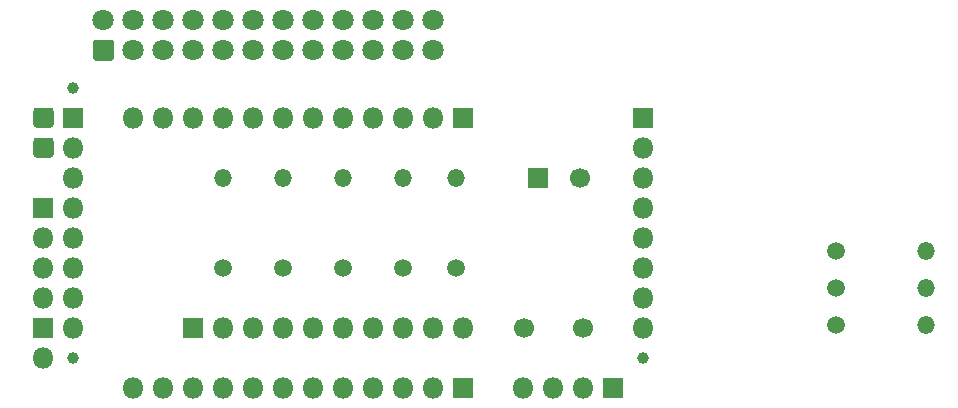
<source format=gts>
G04 #@! TF.GenerationSoftware,KiCad,Pcbnew,(5.1.6-0-10_14)*
G04 #@! TF.CreationDate,2021-05-20T20:39:12+01:00*
G04 #@! TF.ProjectId,JuntekOnSteroidsTTGO,4a756e74-656b-44f6-9e53-7465726f6964,2.0*
G04 #@! TF.SameCoordinates,PX5b716c8PY5b716c8*
G04 #@! TF.FileFunction,Soldermask,Top*
G04 #@! TF.FilePolarity,Negative*
%FSLAX46Y46*%
G04 Gerber Fmt 4.6, Leading zero omitted, Abs format (unit mm)*
G04 Created by KiCad (PCBNEW (5.1.6-0-10_14)) date 2021-05-20 20:39:12*
%MOMM*%
%LPD*%
G01*
G04 APERTURE LIST*
%ADD10C,1.800000*%
%ADD11C,1.700000*%
%ADD12R,1.700000X1.700000*%
%ADD13O,1.500000X1.500000*%
%ADD14C,1.500000*%
%ADD15O,1.800000X1.800000*%
%ADD16R,1.800000X1.800000*%
%ADD17C,1.000000*%
G04 APERTURE END LIST*
D10*
G04 #@! TO.C,J8*
X38100000Y36195000D03*
X35560000Y36195000D03*
X33020000Y36195000D03*
X30480000Y36195000D03*
X27940000Y36195000D03*
X25400000Y36195000D03*
X22860000Y36195000D03*
X20320000Y36195000D03*
X17780000Y36195000D03*
X15240000Y36195000D03*
X12700000Y36195000D03*
X10160000Y36195000D03*
X38100000Y33655000D03*
X35560000Y33655000D03*
X33020000Y33655000D03*
X30480000Y33655000D03*
X27940000Y33655000D03*
X25400000Y33655000D03*
X22860000Y33655000D03*
X20320000Y33655000D03*
X17780000Y33655000D03*
X15240000Y33655000D03*
X12700000Y33655000D03*
G36*
G01*
X10795294Y32755000D02*
X9524706Y32755000D01*
G75*
G02*
X9260000Y33019706I0J264706D01*
G01*
X9260000Y34290294D01*
G75*
G02*
X9524706Y34555000I264706J0D01*
G01*
X10795294Y34555000D01*
G75*
G02*
X11060000Y34290294I0J-264706D01*
G01*
X11060000Y33019706D01*
G75*
G02*
X10795294Y32755000I-264706J0D01*
G01*
G37*
G04 #@! TD*
D11*
G04 #@! TO.C,C7*
X50490000Y22860000D03*
D12*
X46990000Y22860000D03*
G04 #@! TD*
G04 #@! TO.C,TP2*
G36*
G01*
X4230000Y24815625D02*
X4230000Y25984375D01*
G75*
G02*
X4495625Y26250000I265625J0D01*
G01*
X5664375Y26250000D01*
G75*
G02*
X5930000Y25984375I0J-265625D01*
G01*
X5930000Y24815625D01*
G75*
G02*
X5664375Y24550000I-265625J0D01*
G01*
X4495625Y24550000D01*
G75*
G02*
X4230000Y24815625I0J265625D01*
G01*
G37*
G04 #@! TD*
D13*
G04 #@! TO.C,R5*
X79823000Y10389000D03*
D14*
X72203000Y10389000D03*
G04 #@! TD*
D13*
G04 #@! TO.C,R6*
X79823000Y13539000D03*
D14*
X72203000Y13539000D03*
G04 #@! TD*
D13*
G04 #@! TO.C,R7*
X20320000Y22860000D03*
D14*
X20320000Y15240000D03*
G04 #@! TD*
D13*
G04 #@! TO.C,R9*
X79823000Y16689000D03*
D14*
X72203000Y16689000D03*
G04 #@! TD*
D13*
G04 #@! TO.C,R1*
X40005000Y22860000D03*
D14*
X40005000Y15240000D03*
G04 #@! TD*
D13*
G04 #@! TO.C,R2*
X35560000Y22860000D03*
D14*
X35560000Y15240000D03*
G04 #@! TD*
D13*
G04 #@! TO.C,R3*
X30480000Y22860000D03*
D14*
X30480000Y15240000D03*
G04 #@! TD*
D13*
G04 #@! TO.C,R4*
X25400000Y22860000D03*
D14*
X25400000Y15240000D03*
G04 #@! TD*
D15*
G04 #@! TO.C,J7*
X5080000Y7620000D03*
D16*
X5080000Y10160000D03*
G04 #@! TD*
D15*
G04 #@! TO.C,#J9*
X40640000Y10160000D03*
X38100000Y10160000D03*
X35560000Y10160000D03*
X33020000Y10160000D03*
X30480000Y10160000D03*
X27940000Y10160000D03*
X25400000Y10160000D03*
X22860000Y10160000D03*
X20320000Y10160000D03*
D16*
X17780000Y10160000D03*
G04 #@! TD*
G04 #@! TO.C,TP1*
G36*
G01*
X4230000Y27355625D02*
X4230000Y28524375D01*
G75*
G02*
X4495625Y28790000I265625J0D01*
G01*
X5664375Y28790000D01*
G75*
G02*
X5930000Y28524375I0J-265625D01*
G01*
X5930000Y27355625D01*
G75*
G02*
X5664375Y27090000I-265625J0D01*
G01*
X4495625Y27090000D01*
G75*
G02*
X4230000Y27355625I0J265625D01*
G01*
G37*
G04 #@! TD*
G04 #@! TO.C,J3*
X53340000Y5080000D03*
D15*
X50800000Y5080000D03*
X48260000Y5080000D03*
X45720000Y5080000D03*
G04 #@! TD*
G04 #@! TO.C,J6*
X5080000Y12700000D03*
X5080000Y15240000D03*
X5080000Y17780000D03*
D16*
X5080000Y20320000D03*
G04 #@! TD*
D17*
G04 #@! TO.C,FID3*
X55880000Y7620000D03*
G04 #@! TD*
G04 #@! TO.C,FID2*
X7620000Y30480000D03*
G04 #@! TD*
G04 #@! TO.C,FID1*
X7620000Y7620000D03*
G04 #@! TD*
D11*
G04 #@! TO.C,C8*
X45800000Y10160000D03*
X50800000Y10160000D03*
G04 #@! TD*
D15*
G04 #@! TO.C,J5*
X12700000Y5080000D03*
X15240000Y5080000D03*
X17780000Y5080000D03*
X20320000Y5080000D03*
X22860000Y5080000D03*
X25400000Y5080000D03*
X27940000Y5080000D03*
X30480000Y5080000D03*
X33020000Y5080000D03*
X35560000Y5080000D03*
X38100000Y5080000D03*
D16*
X40640000Y5080000D03*
G04 #@! TD*
D15*
G04 #@! TO.C,J4*
X12700000Y27940000D03*
X15240000Y27940000D03*
X17780000Y27940000D03*
X20320000Y27940000D03*
X22860000Y27940000D03*
X25400000Y27940000D03*
X27940000Y27940000D03*
X30480000Y27940000D03*
X33020000Y27940000D03*
X35560000Y27940000D03*
X38100000Y27940000D03*
D16*
X40640000Y27940000D03*
G04 #@! TD*
D15*
G04 #@! TO.C,J2*
X55880000Y10160000D03*
X55880000Y12700000D03*
X55880000Y15240000D03*
X55880000Y17780000D03*
X55880000Y20320000D03*
X55880000Y22860000D03*
X55880000Y25400000D03*
D16*
X55880000Y27940000D03*
G04 #@! TD*
D15*
G04 #@! TO.C,J1*
X7620000Y10160000D03*
X7620000Y12700000D03*
X7620000Y15240000D03*
X7620000Y17780000D03*
X7620000Y20320000D03*
X7620000Y22860000D03*
X7620000Y25400000D03*
D16*
X7620000Y27940000D03*
G04 #@! TD*
M02*

</source>
